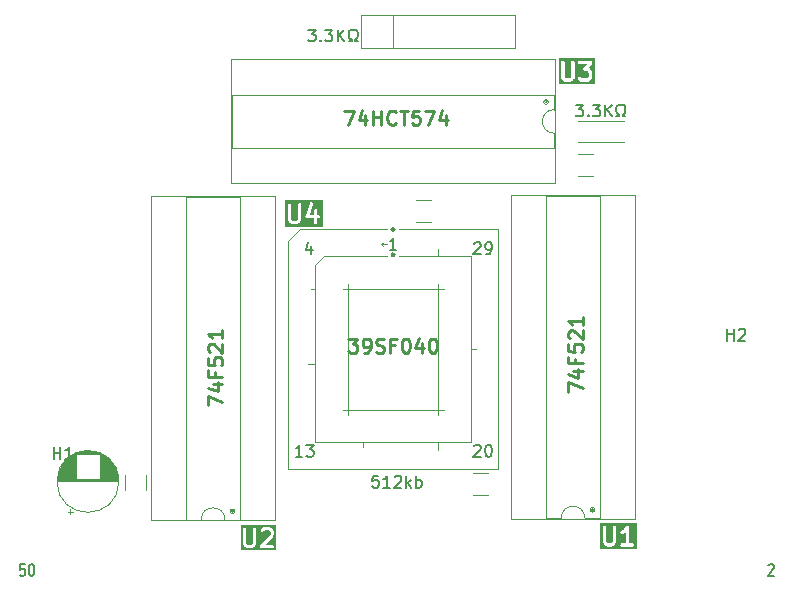
<source format=gbr>
%TF.GenerationSoftware,KiCad,Pcbnew,7.0.8*%
%TF.CreationDate,2023-10-14T11:25:40+01:00*%
%TF.ProjectId,v0a,7630612e-6b69-4636-9164-5f7063625858,rev?*%
%TF.SameCoordinates,Original*%
%TF.FileFunction,Legend,Top*%
%TF.FilePolarity,Positive*%
%FSLAX46Y46*%
G04 Gerber Fmt 4.6, Leading zero omitted, Abs format (unit mm)*
G04 Created by KiCad (PCBNEW 7.0.8) date 2023-10-14 11:25:40*
%MOMM*%
%LPD*%
G01*
G04 APERTURE LIST*
%ADD10C,0.150000*%
%ADD11C,0.240000*%
%ADD12C,0.300000*%
%ADD13C,0.120000*%
%ADD14C,0.100000*%
G04 APERTURE END LIST*
D10*
X125733371Y-70243819D02*
X125257181Y-70243819D01*
X125257181Y-70243819D02*
X125209562Y-70720009D01*
X125209562Y-70720009D02*
X125257181Y-70672390D01*
X125257181Y-70672390D02*
X125352419Y-70624771D01*
X125352419Y-70624771D02*
X125590514Y-70624771D01*
X125590514Y-70624771D02*
X125685752Y-70672390D01*
X125685752Y-70672390D02*
X125733371Y-70720009D01*
X125733371Y-70720009D02*
X125780990Y-70815247D01*
X125780990Y-70815247D02*
X125780990Y-71053342D01*
X125780990Y-71053342D02*
X125733371Y-71148580D01*
X125733371Y-71148580D02*
X125685752Y-71196200D01*
X125685752Y-71196200D02*
X125590514Y-71243819D01*
X125590514Y-71243819D02*
X125352419Y-71243819D01*
X125352419Y-71243819D02*
X125257181Y-71196200D01*
X125257181Y-71196200D02*
X125209562Y-71148580D01*
X126733371Y-71243819D02*
X126161943Y-71243819D01*
X126447657Y-71243819D02*
X126447657Y-70243819D01*
X126447657Y-70243819D02*
X126352419Y-70386676D01*
X126352419Y-70386676D02*
X126257181Y-70481914D01*
X126257181Y-70481914D02*
X126161943Y-70529533D01*
X127114324Y-70339057D02*
X127161943Y-70291438D01*
X127161943Y-70291438D02*
X127257181Y-70243819D01*
X127257181Y-70243819D02*
X127495276Y-70243819D01*
X127495276Y-70243819D02*
X127590514Y-70291438D01*
X127590514Y-70291438D02*
X127638133Y-70339057D01*
X127638133Y-70339057D02*
X127685752Y-70434295D01*
X127685752Y-70434295D02*
X127685752Y-70529533D01*
X127685752Y-70529533D02*
X127638133Y-70672390D01*
X127638133Y-70672390D02*
X127066705Y-71243819D01*
X127066705Y-71243819D02*
X127685752Y-71243819D01*
X128114324Y-71243819D02*
X128114324Y-70243819D01*
X128209562Y-70862866D02*
X128495276Y-71243819D01*
X128495276Y-70577152D02*
X128114324Y-70958104D01*
X128923848Y-71243819D02*
X128923848Y-70243819D01*
X128923848Y-70624771D02*
X129019086Y-70577152D01*
X129019086Y-70577152D02*
X129209562Y-70577152D01*
X129209562Y-70577152D02*
X129304800Y-70624771D01*
X129304800Y-70624771D02*
X129352419Y-70672390D01*
X129352419Y-70672390D02*
X129400038Y-70767628D01*
X129400038Y-70767628D02*
X129400038Y-71053342D01*
X129400038Y-71053342D02*
X129352419Y-71148580D01*
X129352419Y-71148580D02*
X129304800Y-71196200D01*
X129304800Y-71196200D02*
X129209562Y-71243819D01*
X129209562Y-71243819D02*
X129019086Y-71243819D01*
X129019086Y-71243819D02*
X128923848Y-71196200D01*
X155238095Y-58804819D02*
X155238095Y-57804819D01*
X155238095Y-58281009D02*
X155809523Y-58281009D01*
X155809523Y-58804819D02*
X155809523Y-57804819D01*
X156238095Y-57900057D02*
X156285714Y-57852438D01*
X156285714Y-57852438D02*
X156380952Y-57804819D01*
X156380952Y-57804819D02*
X156619047Y-57804819D01*
X156619047Y-57804819D02*
X156714285Y-57852438D01*
X156714285Y-57852438D02*
X156761904Y-57900057D01*
X156761904Y-57900057D02*
X156809523Y-57995295D01*
X156809523Y-57995295D02*
X156809523Y-58090533D01*
X156809523Y-58090533D02*
X156761904Y-58233390D01*
X156761904Y-58233390D02*
X156190476Y-58804819D01*
X156190476Y-58804819D02*
X156809523Y-58804819D01*
X98238095Y-68804819D02*
X98238095Y-67804819D01*
X98238095Y-68281009D02*
X98809523Y-68281009D01*
X98809523Y-68804819D02*
X98809523Y-67804819D01*
X99809523Y-68804819D02*
X99238095Y-68804819D01*
X99523809Y-68804819D02*
X99523809Y-67804819D01*
X99523809Y-67804819D02*
X99428571Y-67947676D01*
X99428571Y-67947676D02*
X99333333Y-68042914D01*
X99333333Y-68042914D02*
X99238095Y-68090533D01*
D11*
G36*
X117093572Y-76562734D02*
G01*
X114067856Y-76562734D01*
X114067856Y-75942734D01*
X114282142Y-75942734D01*
X114285206Y-75953171D01*
X114284039Y-75963987D01*
X114294811Y-75996400D01*
X114366240Y-76139257D01*
X114367772Y-76140904D01*
X114368250Y-76143101D01*
X114388718Y-76170444D01*
X114460147Y-76241873D01*
X114462122Y-76242951D01*
X114463270Y-76244884D01*
X114491335Y-76264351D01*
X114634192Y-76335780D01*
X114644898Y-76337706D01*
X114654049Y-76343587D01*
X114687857Y-76348448D01*
X114973571Y-76348448D01*
X114984008Y-76345383D01*
X114994824Y-76346551D01*
X115027236Y-76335779D01*
X115170094Y-76264351D01*
X115171741Y-76262818D01*
X115173938Y-76262341D01*
X115196401Y-76245526D01*
X115711935Y-76245526D01*
X115717350Y-76257383D01*
X115718280Y-76270384D01*
X115731121Y-76287538D01*
X115740024Y-76307031D01*
X115750989Y-76314078D01*
X115758801Y-76324513D01*
X115778878Y-76332001D01*
X115796906Y-76343587D01*
X115818117Y-76346636D01*
X115822153Y-76348142D01*
X115824712Y-76347585D01*
X115830714Y-76348448D01*
X116759286Y-76348448D01*
X116824163Y-76329398D01*
X116868442Y-76278298D01*
X116878065Y-76211370D01*
X116849976Y-76149865D01*
X116793094Y-76113309D01*
X116759286Y-76108448D01*
X116120420Y-76108448D01*
X116772710Y-75456158D01*
X116777923Y-75446610D01*
X116786396Y-75439789D01*
X116801699Y-75409253D01*
X116873128Y-75194968D01*
X116873209Y-75192719D01*
X116874425Y-75190828D01*
X116879286Y-75157020D01*
X116879286Y-75014162D01*
X116876221Y-75003724D01*
X116877389Y-74992909D01*
X116866617Y-74960496D01*
X116795188Y-74817639D01*
X116793655Y-74815991D01*
X116793178Y-74813795D01*
X116772709Y-74786452D01*
X116701282Y-74715024D01*
X116699306Y-74713945D01*
X116698159Y-74712013D01*
X116670095Y-74692546D01*
X116527237Y-74621117D01*
X116516530Y-74619190D01*
X116507379Y-74613309D01*
X116473571Y-74608448D01*
X116116429Y-74608448D01*
X116105991Y-74611512D01*
X116095176Y-74610345D01*
X116062763Y-74621117D01*
X115919905Y-74692546D01*
X115918257Y-74694078D01*
X115916061Y-74694556D01*
X115888718Y-74715025D01*
X115817290Y-74786452D01*
X115784886Y-74845798D01*
X115789709Y-74913241D01*
X115830230Y-74967370D01*
X115893582Y-74990999D01*
X115959653Y-74976626D01*
X115986996Y-74956158D01*
X116044653Y-74898499D01*
X116144757Y-74848448D01*
X116445243Y-74848448D01*
X116545345Y-74898499D01*
X116589234Y-74942387D01*
X116639286Y-75042490D01*
X116639286Y-75137546D01*
X116582973Y-75306482D01*
X115745861Y-76143595D01*
X115735591Y-76162402D01*
X115721558Y-76178598D01*
X115719702Y-76191502D01*
X115713457Y-76202941D01*
X115714985Y-76224311D01*
X115711935Y-76245526D01*
X115196401Y-76245526D01*
X115201281Y-76241873D01*
X115272710Y-76170444D01*
X115273788Y-76168468D01*
X115275721Y-76167321D01*
X115295188Y-76139256D01*
X115366617Y-75996399D01*
X115368543Y-75985692D01*
X115374424Y-75976542D01*
X115379285Y-75942734D01*
X115379285Y-74728448D01*
X115360235Y-74663571D01*
X115309135Y-74619292D01*
X115242207Y-74609669D01*
X115180702Y-74637758D01*
X115144146Y-74694640D01*
X115139285Y-74728448D01*
X115139285Y-75914406D01*
X115089235Y-76014506D01*
X115045344Y-76058397D01*
X114945244Y-76108448D01*
X114716185Y-76108448D01*
X114616084Y-76058398D01*
X114572192Y-76014506D01*
X114522142Y-75914405D01*
X114522142Y-74728448D01*
X114503092Y-74663571D01*
X114451992Y-74619292D01*
X114385064Y-74609669D01*
X114323559Y-74637758D01*
X114287003Y-74694640D01*
X114282142Y-74728448D01*
X114282142Y-75942734D01*
X114067856Y-75942734D01*
X114067856Y-74394162D01*
X117093572Y-74394162D01*
X117093572Y-76562734D01*
G37*
X111331662Y-64268999D02*
X111331662Y-63468999D01*
X111331662Y-63468999D02*
X112531662Y-63983285D01*
X111731662Y-62497571D02*
X112531662Y-62497571D01*
X111274520Y-62783285D02*
X112131662Y-63068999D01*
X112131662Y-63068999D02*
X112131662Y-62326142D01*
X111903091Y-61468999D02*
X111903091Y-61868999D01*
X112531662Y-61868999D02*
X111331662Y-61868999D01*
X111331662Y-61868999D02*
X111331662Y-61297571D01*
X111331662Y-60269000D02*
X111331662Y-60840428D01*
X111331662Y-60840428D02*
X111903091Y-60897571D01*
X111903091Y-60897571D02*
X111845948Y-60840428D01*
X111845948Y-60840428D02*
X111788805Y-60726143D01*
X111788805Y-60726143D02*
X111788805Y-60440428D01*
X111788805Y-60440428D02*
X111845948Y-60326143D01*
X111845948Y-60326143D02*
X111903091Y-60269000D01*
X111903091Y-60269000D02*
X112017377Y-60211857D01*
X112017377Y-60211857D02*
X112303091Y-60211857D01*
X112303091Y-60211857D02*
X112417377Y-60269000D01*
X112417377Y-60269000D02*
X112474520Y-60326143D01*
X112474520Y-60326143D02*
X112531662Y-60440428D01*
X112531662Y-60440428D02*
X112531662Y-60726143D01*
X112531662Y-60726143D02*
X112474520Y-60840428D01*
X112474520Y-60840428D02*
X112417377Y-60897571D01*
X111445948Y-59754714D02*
X111388805Y-59697571D01*
X111388805Y-59697571D02*
X111331662Y-59583286D01*
X111331662Y-59583286D02*
X111331662Y-59297571D01*
X111331662Y-59297571D02*
X111388805Y-59183286D01*
X111388805Y-59183286D02*
X111445948Y-59126143D01*
X111445948Y-59126143D02*
X111560234Y-59069000D01*
X111560234Y-59069000D02*
X111674520Y-59069000D01*
X111674520Y-59069000D02*
X111845948Y-59126143D01*
X111845948Y-59126143D02*
X112531662Y-59811857D01*
X112531662Y-59811857D02*
X112531662Y-59069000D01*
X112531662Y-57926143D02*
X112531662Y-58611857D01*
X112531662Y-58269000D02*
X111331662Y-58269000D01*
X111331662Y-58269000D02*
X111503091Y-58383286D01*
X111503091Y-58383286D02*
X111617377Y-58497571D01*
X111617377Y-58497571D02*
X111674520Y-58611857D01*
D12*
G36*
X144072572Y-37110614D02*
G01*
X140986856Y-37110614D01*
X140986856Y-36460614D01*
X141201142Y-36460614D01*
X141210065Y-36493915D01*
X141216978Y-36527696D01*
X141288407Y-36670553D01*
X141304429Y-36688621D01*
X141316505Y-36709537D01*
X141387934Y-36780966D01*
X141408848Y-36793040D01*
X141426918Y-36809064D01*
X141569776Y-36880492D01*
X141603551Y-36887403D01*
X141636857Y-36896328D01*
X141922571Y-36896328D01*
X141955874Y-36887404D01*
X141989653Y-36880492D01*
X142132510Y-36809064D01*
X142150579Y-36793040D01*
X142171494Y-36780966D01*
X142242923Y-36709537D01*
X142254997Y-36688622D01*
X142271021Y-36670553D01*
X142342449Y-36527695D01*
X142349360Y-36493919D01*
X142358285Y-36460614D01*
X142358285Y-35246328D01*
X142629714Y-35246328D01*
X142649810Y-35321328D01*
X142704714Y-35376232D01*
X142779714Y-35396328D01*
X143377721Y-35396328D01*
X143095399Y-35718981D01*
X143088859Y-35732279D01*
X143078382Y-35742757D01*
X143072006Y-35766549D01*
X143061135Y-35788658D01*
X143062120Y-35803445D01*
X143058286Y-35817757D01*
X143064661Y-35841549D01*
X143066300Y-35866132D01*
X143074547Y-35878444D01*
X143078382Y-35892757D01*
X143095799Y-35910174D01*
X143109510Y-35930644D01*
X143122808Y-35937183D01*
X143133286Y-35947661D01*
X143157078Y-35954036D01*
X143179187Y-35964908D01*
X143193974Y-35963922D01*
X143208286Y-35967757D01*
X143387162Y-35967757D01*
X143476575Y-36012463D01*
X143513578Y-36049467D01*
X143558286Y-36138881D01*
X143558286Y-36425203D01*
X143513578Y-36514617D01*
X143476575Y-36551621D01*
X143387162Y-36596328D01*
X143029410Y-36596328D01*
X142939996Y-36551621D01*
X142885780Y-36497405D01*
X142818537Y-36458582D01*
X142740891Y-36458582D01*
X142673648Y-36497405D01*
X142634825Y-36564648D01*
X142634825Y-36642294D01*
X142673648Y-36709537D01*
X142745077Y-36780966D01*
X142765991Y-36793040D01*
X142784061Y-36809064D01*
X142926919Y-36880492D01*
X142960694Y-36887403D01*
X142994000Y-36896328D01*
X143422571Y-36896328D01*
X143455876Y-36887403D01*
X143489652Y-36880492D01*
X143632511Y-36809064D01*
X143650580Y-36793040D01*
X143671496Y-36780965D01*
X143742924Y-36709536D01*
X143754998Y-36688621D01*
X143771021Y-36670553D01*
X143842450Y-36527697D01*
X143849363Y-36493914D01*
X143858286Y-36460614D01*
X143858286Y-36103471D01*
X143849363Y-36070170D01*
X143842450Y-36036388D01*
X143771021Y-35893532D01*
X143754998Y-35875463D01*
X143742924Y-35854549D01*
X143671496Y-35783120D01*
X143650580Y-35771044D01*
X143632511Y-35755021D01*
X143514238Y-35695886D01*
X143821172Y-35345104D01*
X143827710Y-35331807D01*
X143838190Y-35321328D01*
X143844566Y-35297530D01*
X143855436Y-35275427D01*
X143854450Y-35260642D01*
X143858286Y-35246328D01*
X143851909Y-35222530D01*
X143850271Y-35197953D01*
X143842025Y-35185642D01*
X143838190Y-35171328D01*
X143820767Y-35153905D01*
X143807061Y-35133442D01*
X143793766Y-35126904D01*
X143783286Y-35116424D01*
X143759487Y-35110047D01*
X143737385Y-35099178D01*
X143722600Y-35100163D01*
X143708286Y-35096328D01*
X142779714Y-35096328D01*
X142704714Y-35116424D01*
X142649810Y-35171328D01*
X142629714Y-35246328D01*
X142358285Y-35246328D01*
X142338189Y-35171328D01*
X142283285Y-35116424D01*
X142208285Y-35096328D01*
X142133285Y-35116424D01*
X142078381Y-35171328D01*
X142058285Y-35246328D01*
X142058285Y-36425204D01*
X142013578Y-36514617D01*
X141976573Y-36551622D01*
X141887161Y-36596328D01*
X141672267Y-36596328D01*
X141582853Y-36551621D01*
X141545849Y-36514617D01*
X141501142Y-36425203D01*
X141501142Y-35246328D01*
X141481046Y-35171328D01*
X141426142Y-35116424D01*
X141351142Y-35096328D01*
X141276142Y-35116424D01*
X141221238Y-35171328D01*
X141201142Y-35246328D01*
X141201142Y-36460614D01*
X140986856Y-36460614D01*
X140986856Y-34882042D01*
X144072572Y-34882042D01*
X144072572Y-37110614D01*
G37*
D11*
X122857571Y-39329662D02*
X123657571Y-39329662D01*
X123657571Y-39329662D02*
X123143285Y-40529662D01*
X124629000Y-39729662D02*
X124629000Y-40529662D01*
X124343285Y-39272520D02*
X124057571Y-40129662D01*
X124057571Y-40129662D02*
X124800428Y-40129662D01*
X125257571Y-40529662D02*
X125257571Y-39329662D01*
X125257571Y-39901091D02*
X125943285Y-39901091D01*
X125943285Y-40529662D02*
X125943285Y-39329662D01*
X127200428Y-40415377D02*
X127143285Y-40472520D01*
X127143285Y-40472520D02*
X126971857Y-40529662D01*
X126971857Y-40529662D02*
X126857571Y-40529662D01*
X126857571Y-40529662D02*
X126686142Y-40472520D01*
X126686142Y-40472520D02*
X126571857Y-40358234D01*
X126571857Y-40358234D02*
X126514714Y-40243948D01*
X126514714Y-40243948D02*
X126457571Y-40015377D01*
X126457571Y-40015377D02*
X126457571Y-39843948D01*
X126457571Y-39843948D02*
X126514714Y-39615377D01*
X126514714Y-39615377D02*
X126571857Y-39501091D01*
X126571857Y-39501091D02*
X126686142Y-39386805D01*
X126686142Y-39386805D02*
X126857571Y-39329662D01*
X126857571Y-39329662D02*
X126971857Y-39329662D01*
X126971857Y-39329662D02*
X127143285Y-39386805D01*
X127143285Y-39386805D02*
X127200428Y-39443948D01*
X127543285Y-39329662D02*
X128229000Y-39329662D01*
X127886142Y-40529662D02*
X127886142Y-39329662D01*
X129200428Y-39329662D02*
X128629000Y-39329662D01*
X128629000Y-39329662D02*
X128571857Y-39901091D01*
X128571857Y-39901091D02*
X128629000Y-39843948D01*
X128629000Y-39843948D02*
X128743286Y-39786805D01*
X128743286Y-39786805D02*
X129029000Y-39786805D01*
X129029000Y-39786805D02*
X129143286Y-39843948D01*
X129143286Y-39843948D02*
X129200428Y-39901091D01*
X129200428Y-39901091D02*
X129257571Y-40015377D01*
X129257571Y-40015377D02*
X129257571Y-40301091D01*
X129257571Y-40301091D02*
X129200428Y-40415377D01*
X129200428Y-40415377D02*
X129143286Y-40472520D01*
X129143286Y-40472520D02*
X129029000Y-40529662D01*
X129029000Y-40529662D02*
X128743286Y-40529662D01*
X128743286Y-40529662D02*
X128629000Y-40472520D01*
X128629000Y-40472520D02*
X128571857Y-40415377D01*
X129657571Y-39329662D02*
X130457571Y-39329662D01*
X130457571Y-39329662D02*
X129943285Y-40529662D01*
X131429000Y-39729662D02*
X131429000Y-40529662D01*
X131143285Y-39272520D02*
X130857571Y-40129662D01*
X130857571Y-40129662D02*
X131600428Y-40129662D01*
D12*
G36*
X121005000Y-49157614D02*
G01*
X117847856Y-49157614D01*
X117847856Y-48507614D01*
X118062142Y-48507614D01*
X118071065Y-48540915D01*
X118077978Y-48574696D01*
X118149407Y-48717553D01*
X118165429Y-48735621D01*
X118177505Y-48756537D01*
X118248934Y-48827966D01*
X118269848Y-48840040D01*
X118287918Y-48856064D01*
X118430776Y-48927492D01*
X118464551Y-48934403D01*
X118497857Y-48943328D01*
X118783571Y-48943328D01*
X118816874Y-48934404D01*
X118850653Y-48927492D01*
X118993510Y-48856064D01*
X119011579Y-48840040D01*
X119032494Y-48827966D01*
X119103923Y-48756537D01*
X119115997Y-48735622D01*
X119132021Y-48717553D01*
X119203449Y-48574695D01*
X119210360Y-48540919D01*
X119219285Y-48507614D01*
X119219285Y-48293328D01*
X119562143Y-48293328D01*
X119566105Y-48308116D01*
X119565188Y-48323400D01*
X119575988Y-48345002D01*
X119582239Y-48368328D01*
X119593064Y-48379153D01*
X119599912Y-48392849D01*
X119620066Y-48406155D01*
X119637143Y-48423232D01*
X119651933Y-48427194D01*
X119664709Y-48435630D01*
X119688814Y-48437077D01*
X119712143Y-48443328D01*
X120276429Y-48443328D01*
X120276429Y-48793328D01*
X120296525Y-48868328D01*
X120351429Y-48923232D01*
X120426429Y-48943328D01*
X120501429Y-48923232D01*
X120556333Y-48868328D01*
X120576429Y-48793328D01*
X120576429Y-48443328D01*
X120640714Y-48443328D01*
X120715714Y-48423232D01*
X120770618Y-48368328D01*
X120790714Y-48293328D01*
X120770618Y-48218328D01*
X120715714Y-48163424D01*
X120640714Y-48143328D01*
X120576429Y-48143328D01*
X120576429Y-47793328D01*
X120556333Y-47718328D01*
X120501429Y-47663424D01*
X120426429Y-47643328D01*
X120351429Y-47663424D01*
X120296525Y-47718328D01*
X120276429Y-47793328D01*
X120276429Y-48143328D01*
X119920256Y-48143328D01*
X120211588Y-47269335D01*
X120216241Y-47191828D01*
X120181516Y-47122380D01*
X120116720Y-47079598D01*
X120039214Y-47074946D01*
X119969765Y-47109670D01*
X119926983Y-47174466D01*
X119569841Y-48245894D01*
X119568393Y-48269999D01*
X119562143Y-48293328D01*
X119219285Y-48293328D01*
X119219285Y-47293328D01*
X119199189Y-47218328D01*
X119144285Y-47163424D01*
X119069285Y-47143328D01*
X118994285Y-47163424D01*
X118939381Y-47218328D01*
X118919285Y-47293328D01*
X118919285Y-48472204D01*
X118874578Y-48561617D01*
X118837573Y-48598622D01*
X118748161Y-48643328D01*
X118533267Y-48643328D01*
X118443853Y-48598621D01*
X118406849Y-48561617D01*
X118362142Y-48472203D01*
X118362142Y-47293328D01*
X118342046Y-47218328D01*
X118287142Y-47163424D01*
X118212142Y-47143328D01*
X118137142Y-47163424D01*
X118082238Y-47218328D01*
X118062142Y-47293328D01*
X118062142Y-48507614D01*
X117847856Y-48507614D01*
X117847856Y-46860660D01*
X121005000Y-46860660D01*
X121005000Y-49157614D01*
G37*
D11*
X123203572Y-58633662D02*
X123946429Y-58633662D01*
X123946429Y-58633662D02*
X123546429Y-59090805D01*
X123546429Y-59090805D02*
X123717858Y-59090805D01*
X123717858Y-59090805D02*
X123832144Y-59147948D01*
X123832144Y-59147948D02*
X123889286Y-59205091D01*
X123889286Y-59205091D02*
X123946429Y-59319377D01*
X123946429Y-59319377D02*
X123946429Y-59605091D01*
X123946429Y-59605091D02*
X123889286Y-59719377D01*
X123889286Y-59719377D02*
X123832144Y-59776520D01*
X123832144Y-59776520D02*
X123717858Y-59833662D01*
X123717858Y-59833662D02*
X123375001Y-59833662D01*
X123375001Y-59833662D02*
X123260715Y-59776520D01*
X123260715Y-59776520D02*
X123203572Y-59719377D01*
X124517858Y-59833662D02*
X124746429Y-59833662D01*
X124746429Y-59833662D02*
X124860715Y-59776520D01*
X124860715Y-59776520D02*
X124917858Y-59719377D01*
X124917858Y-59719377D02*
X125032143Y-59547948D01*
X125032143Y-59547948D02*
X125089286Y-59319377D01*
X125089286Y-59319377D02*
X125089286Y-58862234D01*
X125089286Y-58862234D02*
X125032143Y-58747948D01*
X125032143Y-58747948D02*
X124975001Y-58690805D01*
X124975001Y-58690805D02*
X124860715Y-58633662D01*
X124860715Y-58633662D02*
X124632143Y-58633662D01*
X124632143Y-58633662D02*
X124517858Y-58690805D01*
X124517858Y-58690805D02*
X124460715Y-58747948D01*
X124460715Y-58747948D02*
X124403572Y-58862234D01*
X124403572Y-58862234D02*
X124403572Y-59147948D01*
X124403572Y-59147948D02*
X124460715Y-59262234D01*
X124460715Y-59262234D02*
X124517858Y-59319377D01*
X124517858Y-59319377D02*
X124632143Y-59376520D01*
X124632143Y-59376520D02*
X124860715Y-59376520D01*
X124860715Y-59376520D02*
X124975001Y-59319377D01*
X124975001Y-59319377D02*
X125032143Y-59262234D01*
X125032143Y-59262234D02*
X125089286Y-59147948D01*
X125546429Y-59776520D02*
X125717858Y-59833662D01*
X125717858Y-59833662D02*
X126003572Y-59833662D01*
X126003572Y-59833662D02*
X126117858Y-59776520D01*
X126117858Y-59776520D02*
X126175000Y-59719377D01*
X126175000Y-59719377D02*
X126232143Y-59605091D01*
X126232143Y-59605091D02*
X126232143Y-59490805D01*
X126232143Y-59490805D02*
X126175000Y-59376520D01*
X126175000Y-59376520D02*
X126117858Y-59319377D01*
X126117858Y-59319377D02*
X126003572Y-59262234D01*
X126003572Y-59262234D02*
X125775000Y-59205091D01*
X125775000Y-59205091D02*
X125660715Y-59147948D01*
X125660715Y-59147948D02*
X125603572Y-59090805D01*
X125603572Y-59090805D02*
X125546429Y-58976520D01*
X125546429Y-58976520D02*
X125546429Y-58862234D01*
X125546429Y-58862234D02*
X125603572Y-58747948D01*
X125603572Y-58747948D02*
X125660715Y-58690805D01*
X125660715Y-58690805D02*
X125775000Y-58633662D01*
X125775000Y-58633662D02*
X126060715Y-58633662D01*
X126060715Y-58633662D02*
X126232143Y-58690805D01*
X127146429Y-59205091D02*
X126746429Y-59205091D01*
X126746429Y-59833662D02*
X126746429Y-58633662D01*
X126746429Y-58633662D02*
X127317857Y-58633662D01*
X128003571Y-58633662D02*
X128117857Y-58633662D01*
X128117857Y-58633662D02*
X128232143Y-58690805D01*
X128232143Y-58690805D02*
X128289286Y-58747948D01*
X128289286Y-58747948D02*
X128346428Y-58862234D01*
X128346428Y-58862234D02*
X128403571Y-59090805D01*
X128403571Y-59090805D02*
X128403571Y-59376520D01*
X128403571Y-59376520D02*
X128346428Y-59605091D01*
X128346428Y-59605091D02*
X128289286Y-59719377D01*
X128289286Y-59719377D02*
X128232143Y-59776520D01*
X128232143Y-59776520D02*
X128117857Y-59833662D01*
X128117857Y-59833662D02*
X128003571Y-59833662D01*
X128003571Y-59833662D02*
X127889286Y-59776520D01*
X127889286Y-59776520D02*
X127832143Y-59719377D01*
X127832143Y-59719377D02*
X127775000Y-59605091D01*
X127775000Y-59605091D02*
X127717857Y-59376520D01*
X127717857Y-59376520D02*
X127717857Y-59090805D01*
X127717857Y-59090805D02*
X127775000Y-58862234D01*
X127775000Y-58862234D02*
X127832143Y-58747948D01*
X127832143Y-58747948D02*
X127889286Y-58690805D01*
X127889286Y-58690805D02*
X128003571Y-58633662D01*
X129432143Y-59033662D02*
X129432143Y-59833662D01*
X129146428Y-58576520D02*
X128860714Y-59433662D01*
X128860714Y-59433662D02*
X129603571Y-59433662D01*
X130289285Y-58633662D02*
X130403571Y-58633662D01*
X130403571Y-58633662D02*
X130517857Y-58690805D01*
X130517857Y-58690805D02*
X130575000Y-58747948D01*
X130575000Y-58747948D02*
X130632142Y-58862234D01*
X130632142Y-58862234D02*
X130689285Y-59090805D01*
X130689285Y-59090805D02*
X130689285Y-59376520D01*
X130689285Y-59376520D02*
X130632142Y-59605091D01*
X130632142Y-59605091D02*
X130575000Y-59719377D01*
X130575000Y-59719377D02*
X130517857Y-59776520D01*
X130517857Y-59776520D02*
X130403571Y-59833662D01*
X130403571Y-59833662D02*
X130289285Y-59833662D01*
X130289285Y-59833662D02*
X130175000Y-59776520D01*
X130175000Y-59776520D02*
X130117857Y-59719377D01*
X130117857Y-59719377D02*
X130060714Y-59605091D01*
X130060714Y-59605091D02*
X130003571Y-59376520D01*
X130003571Y-59376520D02*
X130003571Y-59090805D01*
X130003571Y-59090805D02*
X130060714Y-58862234D01*
X130060714Y-58862234D02*
X130117857Y-58747948D01*
X130117857Y-58747948D02*
X130175000Y-58690805D01*
X130175000Y-58690805D02*
X130289285Y-58633662D01*
D10*
X127260714Y-51109819D02*
X126689286Y-51109819D01*
X126975000Y-51109819D02*
X126975000Y-50109819D01*
X126975000Y-50109819D02*
X126879762Y-50252676D01*
X126879762Y-50252676D02*
X126784524Y-50347914D01*
X126784524Y-50347914D02*
X126689286Y-50395533D01*
X120053476Y-50824152D02*
X120053476Y-51490819D01*
X119815381Y-50443200D02*
X119577286Y-51157485D01*
X119577286Y-51157485D02*
X120196333Y-51157485D01*
X133833095Y-67731057D02*
X133880714Y-67683438D01*
X133880714Y-67683438D02*
X133975952Y-67635819D01*
X133975952Y-67635819D02*
X134214047Y-67635819D01*
X134214047Y-67635819D02*
X134309285Y-67683438D01*
X134309285Y-67683438D02*
X134356904Y-67731057D01*
X134356904Y-67731057D02*
X134404523Y-67826295D01*
X134404523Y-67826295D02*
X134404523Y-67921533D01*
X134404523Y-67921533D02*
X134356904Y-68064390D01*
X134356904Y-68064390D02*
X133785476Y-68635819D01*
X133785476Y-68635819D02*
X134404523Y-68635819D01*
X135023571Y-67635819D02*
X135118809Y-67635819D01*
X135118809Y-67635819D02*
X135214047Y-67683438D01*
X135214047Y-67683438D02*
X135261666Y-67731057D01*
X135261666Y-67731057D02*
X135309285Y-67826295D01*
X135309285Y-67826295D02*
X135356904Y-68016771D01*
X135356904Y-68016771D02*
X135356904Y-68254866D01*
X135356904Y-68254866D02*
X135309285Y-68445342D01*
X135309285Y-68445342D02*
X135261666Y-68540580D01*
X135261666Y-68540580D02*
X135214047Y-68588200D01*
X135214047Y-68588200D02*
X135118809Y-68635819D01*
X135118809Y-68635819D02*
X135023571Y-68635819D01*
X135023571Y-68635819D02*
X134928333Y-68588200D01*
X134928333Y-68588200D02*
X134880714Y-68540580D01*
X134880714Y-68540580D02*
X134833095Y-68445342D01*
X134833095Y-68445342D02*
X134785476Y-68254866D01*
X134785476Y-68254866D02*
X134785476Y-68016771D01*
X134785476Y-68016771D02*
X134833095Y-67826295D01*
X134833095Y-67826295D02*
X134880714Y-67731057D01*
X134880714Y-67731057D02*
X134928333Y-67683438D01*
X134928333Y-67683438D02*
X135023571Y-67635819D01*
X133833095Y-50586057D02*
X133880714Y-50538438D01*
X133880714Y-50538438D02*
X133975952Y-50490819D01*
X133975952Y-50490819D02*
X134214047Y-50490819D01*
X134214047Y-50490819D02*
X134309285Y-50538438D01*
X134309285Y-50538438D02*
X134356904Y-50586057D01*
X134356904Y-50586057D02*
X134404523Y-50681295D01*
X134404523Y-50681295D02*
X134404523Y-50776533D01*
X134404523Y-50776533D02*
X134356904Y-50919390D01*
X134356904Y-50919390D02*
X133785476Y-51490819D01*
X133785476Y-51490819D02*
X134404523Y-51490819D01*
X134880714Y-51490819D02*
X135071190Y-51490819D01*
X135071190Y-51490819D02*
X135166428Y-51443200D01*
X135166428Y-51443200D02*
X135214047Y-51395580D01*
X135214047Y-51395580D02*
X135309285Y-51252723D01*
X135309285Y-51252723D02*
X135356904Y-51062247D01*
X135356904Y-51062247D02*
X135356904Y-50681295D01*
X135356904Y-50681295D02*
X135309285Y-50586057D01*
X135309285Y-50586057D02*
X135261666Y-50538438D01*
X135261666Y-50538438D02*
X135166428Y-50490819D01*
X135166428Y-50490819D02*
X134975952Y-50490819D01*
X134975952Y-50490819D02*
X134880714Y-50538438D01*
X134880714Y-50538438D02*
X134833095Y-50586057D01*
X134833095Y-50586057D02*
X134785476Y-50681295D01*
X134785476Y-50681295D02*
X134785476Y-50919390D01*
X134785476Y-50919390D02*
X134833095Y-51014628D01*
X134833095Y-51014628D02*
X134880714Y-51062247D01*
X134880714Y-51062247D02*
X134975952Y-51109866D01*
X134975952Y-51109866D02*
X135166428Y-51109866D01*
X135166428Y-51109866D02*
X135261666Y-51062247D01*
X135261666Y-51062247D02*
X135309285Y-51014628D01*
X135309285Y-51014628D02*
X135356904Y-50919390D01*
X119291523Y-68635819D02*
X118720095Y-68635819D01*
X119005809Y-68635819D02*
X119005809Y-67635819D01*
X119005809Y-67635819D02*
X118910571Y-67778676D01*
X118910571Y-67778676D02*
X118815333Y-67873914D01*
X118815333Y-67873914D02*
X118720095Y-67921533D01*
X119624857Y-67635819D02*
X120243904Y-67635819D01*
X120243904Y-67635819D02*
X119910571Y-68016771D01*
X119910571Y-68016771D02*
X120053428Y-68016771D01*
X120053428Y-68016771D02*
X120148666Y-68064390D01*
X120148666Y-68064390D02*
X120196285Y-68112009D01*
X120196285Y-68112009D02*
X120243904Y-68207247D01*
X120243904Y-68207247D02*
X120243904Y-68445342D01*
X120243904Y-68445342D02*
X120196285Y-68540580D01*
X120196285Y-68540580D02*
X120148666Y-68588200D01*
X120148666Y-68588200D02*
X120053428Y-68635819D01*
X120053428Y-68635819D02*
X119767714Y-68635819D01*
X119767714Y-68635819D02*
X119672476Y-68588200D01*
X119672476Y-68588200D02*
X119624857Y-68540580D01*
X119800953Y-32474819D02*
X120420000Y-32474819D01*
X120420000Y-32474819D02*
X120086667Y-32855771D01*
X120086667Y-32855771D02*
X120229524Y-32855771D01*
X120229524Y-32855771D02*
X120324762Y-32903390D01*
X120324762Y-32903390D02*
X120372381Y-32951009D01*
X120372381Y-32951009D02*
X120420000Y-33046247D01*
X120420000Y-33046247D02*
X120420000Y-33284342D01*
X120420000Y-33284342D02*
X120372381Y-33379580D01*
X120372381Y-33379580D02*
X120324762Y-33427200D01*
X120324762Y-33427200D02*
X120229524Y-33474819D01*
X120229524Y-33474819D02*
X119943810Y-33474819D01*
X119943810Y-33474819D02*
X119848572Y-33427200D01*
X119848572Y-33427200D02*
X119800953Y-33379580D01*
X120848572Y-33379580D02*
X120896191Y-33427200D01*
X120896191Y-33427200D02*
X120848572Y-33474819D01*
X120848572Y-33474819D02*
X120800953Y-33427200D01*
X120800953Y-33427200D02*
X120848572Y-33379580D01*
X120848572Y-33379580D02*
X120848572Y-33474819D01*
X121229524Y-32474819D02*
X121848571Y-32474819D01*
X121848571Y-32474819D02*
X121515238Y-32855771D01*
X121515238Y-32855771D02*
X121658095Y-32855771D01*
X121658095Y-32855771D02*
X121753333Y-32903390D01*
X121753333Y-32903390D02*
X121800952Y-32951009D01*
X121800952Y-32951009D02*
X121848571Y-33046247D01*
X121848571Y-33046247D02*
X121848571Y-33284342D01*
X121848571Y-33284342D02*
X121800952Y-33379580D01*
X121800952Y-33379580D02*
X121753333Y-33427200D01*
X121753333Y-33427200D02*
X121658095Y-33474819D01*
X121658095Y-33474819D02*
X121372381Y-33474819D01*
X121372381Y-33474819D02*
X121277143Y-33427200D01*
X121277143Y-33427200D02*
X121229524Y-33379580D01*
X122277143Y-33474819D02*
X122277143Y-32474819D01*
X122848571Y-33474819D02*
X122420000Y-32903390D01*
X122848571Y-32474819D02*
X122277143Y-33046247D01*
X123229524Y-33474819D02*
X123467619Y-33474819D01*
X123467619Y-33474819D02*
X123467619Y-33284342D01*
X123467619Y-33284342D02*
X123372381Y-33236723D01*
X123372381Y-33236723D02*
X123277143Y-33141485D01*
X123277143Y-33141485D02*
X123229524Y-32998628D01*
X123229524Y-32998628D02*
X123229524Y-32760533D01*
X123229524Y-32760533D02*
X123277143Y-32617676D01*
X123277143Y-32617676D02*
X123372381Y-32522438D01*
X123372381Y-32522438D02*
X123515238Y-32474819D01*
X123515238Y-32474819D02*
X123705714Y-32474819D01*
X123705714Y-32474819D02*
X123848571Y-32522438D01*
X123848571Y-32522438D02*
X123943809Y-32617676D01*
X123943809Y-32617676D02*
X123991428Y-32760533D01*
X123991428Y-32760533D02*
X123991428Y-32998628D01*
X123991428Y-32998628D02*
X123943809Y-33141485D01*
X123943809Y-33141485D02*
X123848571Y-33236723D01*
X123848571Y-33236723D02*
X123753333Y-33284342D01*
X123753333Y-33284342D02*
X123753333Y-33474819D01*
X123753333Y-33474819D02*
X123991428Y-33474819D01*
X142457753Y-38824819D02*
X143076800Y-38824819D01*
X143076800Y-38824819D02*
X142743467Y-39205771D01*
X142743467Y-39205771D02*
X142886324Y-39205771D01*
X142886324Y-39205771D02*
X142981562Y-39253390D01*
X142981562Y-39253390D02*
X143029181Y-39301009D01*
X143029181Y-39301009D02*
X143076800Y-39396247D01*
X143076800Y-39396247D02*
X143076800Y-39634342D01*
X143076800Y-39634342D02*
X143029181Y-39729580D01*
X143029181Y-39729580D02*
X142981562Y-39777200D01*
X142981562Y-39777200D02*
X142886324Y-39824819D01*
X142886324Y-39824819D02*
X142600610Y-39824819D01*
X142600610Y-39824819D02*
X142505372Y-39777200D01*
X142505372Y-39777200D02*
X142457753Y-39729580D01*
X143505372Y-39729580D02*
X143552991Y-39777200D01*
X143552991Y-39777200D02*
X143505372Y-39824819D01*
X143505372Y-39824819D02*
X143457753Y-39777200D01*
X143457753Y-39777200D02*
X143505372Y-39729580D01*
X143505372Y-39729580D02*
X143505372Y-39824819D01*
X143886324Y-38824819D02*
X144505371Y-38824819D01*
X144505371Y-38824819D02*
X144172038Y-39205771D01*
X144172038Y-39205771D02*
X144314895Y-39205771D01*
X144314895Y-39205771D02*
X144410133Y-39253390D01*
X144410133Y-39253390D02*
X144457752Y-39301009D01*
X144457752Y-39301009D02*
X144505371Y-39396247D01*
X144505371Y-39396247D02*
X144505371Y-39634342D01*
X144505371Y-39634342D02*
X144457752Y-39729580D01*
X144457752Y-39729580D02*
X144410133Y-39777200D01*
X144410133Y-39777200D02*
X144314895Y-39824819D01*
X144314895Y-39824819D02*
X144029181Y-39824819D01*
X144029181Y-39824819D02*
X143933943Y-39777200D01*
X143933943Y-39777200D02*
X143886324Y-39729580D01*
X144933943Y-39824819D02*
X144933943Y-38824819D01*
X145505371Y-39824819D02*
X145076800Y-39253390D01*
X145505371Y-38824819D02*
X144933943Y-39396247D01*
X145886324Y-39824819D02*
X146124419Y-39824819D01*
X146124419Y-39824819D02*
X146124419Y-39634342D01*
X146124419Y-39634342D02*
X146029181Y-39586723D01*
X146029181Y-39586723D02*
X145933943Y-39491485D01*
X145933943Y-39491485D02*
X145886324Y-39348628D01*
X145886324Y-39348628D02*
X145886324Y-39110533D01*
X145886324Y-39110533D02*
X145933943Y-38967676D01*
X145933943Y-38967676D02*
X146029181Y-38872438D01*
X146029181Y-38872438D02*
X146172038Y-38824819D01*
X146172038Y-38824819D02*
X146362514Y-38824819D01*
X146362514Y-38824819D02*
X146505371Y-38872438D01*
X146505371Y-38872438D02*
X146600609Y-38967676D01*
X146600609Y-38967676D02*
X146648228Y-39110533D01*
X146648228Y-39110533D02*
X146648228Y-39348628D01*
X146648228Y-39348628D02*
X146600609Y-39491485D01*
X146600609Y-39491485D02*
X146505371Y-39586723D01*
X146505371Y-39586723D02*
X146410133Y-39634342D01*
X146410133Y-39634342D02*
X146410133Y-39824819D01*
X146410133Y-39824819D02*
X146648228Y-39824819D01*
D12*
G36*
X147603572Y-76462614D02*
G01*
X144517856Y-76462614D01*
X144517856Y-75812614D01*
X144732142Y-75812614D01*
X144741065Y-75845915D01*
X144747978Y-75879696D01*
X144819407Y-76022553D01*
X144835429Y-76040621D01*
X144847505Y-76061537D01*
X144918934Y-76132966D01*
X144939848Y-76145040D01*
X144957918Y-76161064D01*
X145100776Y-76232492D01*
X145134551Y-76239403D01*
X145167857Y-76248328D01*
X145453571Y-76248328D01*
X145486874Y-76239404D01*
X145520653Y-76232492D01*
X145663510Y-76161064D01*
X145681579Y-76145040D01*
X145702494Y-76132966D01*
X145737132Y-76098328D01*
X146232143Y-76098328D01*
X146252239Y-76173328D01*
X146307143Y-76228232D01*
X146382143Y-76248328D01*
X146810714Y-76248328D01*
X147239286Y-76248328D01*
X147314286Y-76228232D01*
X147369190Y-76173328D01*
X147389286Y-76098328D01*
X147369190Y-76023328D01*
X147314286Y-75968424D01*
X147239286Y-75948328D01*
X146960714Y-75948328D01*
X146960714Y-74598328D01*
X146951875Y-74565342D01*
X146945176Y-74531843D01*
X146941901Y-74528116D01*
X146940618Y-74523328D01*
X146916471Y-74499181D01*
X146893919Y-74473520D01*
X146889220Y-74471930D01*
X146885714Y-74468424D01*
X146852731Y-74459586D01*
X146820368Y-74448638D01*
X146815502Y-74449611D01*
X146810714Y-74448328D01*
X146777731Y-74457165D01*
X146744230Y-74463866D01*
X146740504Y-74467140D01*
X146735714Y-74468424D01*
X146711560Y-74492577D01*
X146685907Y-74515123D01*
X146551287Y-74717051D01*
X146436146Y-74832192D01*
X146315061Y-74892736D01*
X146256966Y-74944252D01*
X146232412Y-75017913D01*
X146247979Y-75093982D01*
X146299495Y-75152077D01*
X146373156Y-75176631D01*
X146449225Y-75161064D01*
X146592082Y-75089635D01*
X146610150Y-75073612D01*
X146631066Y-75061537D01*
X146660714Y-75031889D01*
X146660714Y-75948328D01*
X146382143Y-75948328D01*
X146307143Y-75968424D01*
X146252239Y-76023328D01*
X146232143Y-76098328D01*
X145737132Y-76098328D01*
X145773923Y-76061537D01*
X145785997Y-76040622D01*
X145802021Y-76022553D01*
X145873449Y-75879695D01*
X145880360Y-75845919D01*
X145889285Y-75812614D01*
X145889285Y-74598328D01*
X145869189Y-74523328D01*
X145814285Y-74468424D01*
X145739285Y-74448328D01*
X145664285Y-74468424D01*
X145609381Y-74523328D01*
X145589285Y-74598328D01*
X145589285Y-75777204D01*
X145544578Y-75866617D01*
X145507573Y-75903622D01*
X145418161Y-75948328D01*
X145203267Y-75948328D01*
X145113853Y-75903621D01*
X145076849Y-75866617D01*
X145032142Y-75777203D01*
X145032142Y-74598328D01*
X145012046Y-74523328D01*
X144957142Y-74468424D01*
X144882142Y-74448328D01*
X144807142Y-74468424D01*
X144752238Y-74523328D01*
X144732142Y-74598328D01*
X144732142Y-75812614D01*
X144517856Y-75812614D01*
X144517856Y-74234042D01*
X147603572Y-74234042D01*
X147603572Y-76462614D01*
G37*
D11*
X141821662Y-63130999D02*
X141821662Y-62330999D01*
X141821662Y-62330999D02*
X143021662Y-62845285D01*
X142221662Y-61359571D02*
X143021662Y-61359571D01*
X141764520Y-61645285D02*
X142621662Y-61930999D01*
X142621662Y-61930999D02*
X142621662Y-61188142D01*
X142393091Y-60330999D02*
X142393091Y-60730999D01*
X143021662Y-60730999D02*
X141821662Y-60730999D01*
X141821662Y-60730999D02*
X141821662Y-60159571D01*
X141821662Y-59131000D02*
X141821662Y-59702428D01*
X141821662Y-59702428D02*
X142393091Y-59759571D01*
X142393091Y-59759571D02*
X142335948Y-59702428D01*
X142335948Y-59702428D02*
X142278805Y-59588143D01*
X142278805Y-59588143D02*
X142278805Y-59302428D01*
X142278805Y-59302428D02*
X142335948Y-59188143D01*
X142335948Y-59188143D02*
X142393091Y-59131000D01*
X142393091Y-59131000D02*
X142507377Y-59073857D01*
X142507377Y-59073857D02*
X142793091Y-59073857D01*
X142793091Y-59073857D02*
X142907377Y-59131000D01*
X142907377Y-59131000D02*
X142964520Y-59188143D01*
X142964520Y-59188143D02*
X143021662Y-59302428D01*
X143021662Y-59302428D02*
X143021662Y-59588143D01*
X143021662Y-59588143D02*
X142964520Y-59702428D01*
X142964520Y-59702428D02*
X142907377Y-59759571D01*
X141935948Y-58616714D02*
X141878805Y-58559571D01*
X141878805Y-58559571D02*
X141821662Y-58445286D01*
X141821662Y-58445286D02*
X141821662Y-58159571D01*
X141821662Y-58159571D02*
X141878805Y-58045286D01*
X141878805Y-58045286D02*
X141935948Y-57988143D01*
X141935948Y-57988143D02*
X142050234Y-57931000D01*
X142050234Y-57931000D02*
X142164520Y-57931000D01*
X142164520Y-57931000D02*
X142335948Y-57988143D01*
X142335948Y-57988143D02*
X143021662Y-58673857D01*
X143021662Y-58673857D02*
X143021662Y-57931000D01*
X143021662Y-56788143D02*
X143021662Y-57473857D01*
X143021662Y-57131000D02*
X141821662Y-57131000D01*
X141821662Y-57131000D02*
X141993091Y-57245286D01*
X141993091Y-57245286D02*
X142107377Y-57359571D01*
X142107377Y-57359571D02*
X142164520Y-57473857D01*
D10*
X95793112Y-77736819D02*
X95412160Y-77736819D01*
X95412160Y-77736819D02*
X95374064Y-78213009D01*
X95374064Y-78213009D02*
X95412160Y-78165390D01*
X95412160Y-78165390D02*
X95488350Y-78117771D01*
X95488350Y-78117771D02*
X95678826Y-78117771D01*
X95678826Y-78117771D02*
X95755017Y-78165390D01*
X95755017Y-78165390D02*
X95793112Y-78213009D01*
X95793112Y-78213009D02*
X95831207Y-78308247D01*
X95831207Y-78308247D02*
X95831207Y-78546342D01*
X95831207Y-78546342D02*
X95793112Y-78641580D01*
X95793112Y-78641580D02*
X95755017Y-78689200D01*
X95755017Y-78689200D02*
X95678826Y-78736819D01*
X95678826Y-78736819D02*
X95488350Y-78736819D01*
X95488350Y-78736819D02*
X95412160Y-78689200D01*
X95412160Y-78689200D02*
X95374064Y-78641580D01*
X96326446Y-77736819D02*
X96402636Y-77736819D01*
X96402636Y-77736819D02*
X96478827Y-77784438D01*
X96478827Y-77784438D02*
X96516922Y-77832057D01*
X96516922Y-77832057D02*
X96555017Y-77927295D01*
X96555017Y-77927295D02*
X96593112Y-78117771D01*
X96593112Y-78117771D02*
X96593112Y-78355866D01*
X96593112Y-78355866D02*
X96555017Y-78546342D01*
X96555017Y-78546342D02*
X96516922Y-78641580D01*
X96516922Y-78641580D02*
X96478827Y-78689200D01*
X96478827Y-78689200D02*
X96402636Y-78736819D01*
X96402636Y-78736819D02*
X96326446Y-78736819D01*
X96326446Y-78736819D02*
X96250255Y-78689200D01*
X96250255Y-78689200D02*
X96212160Y-78641580D01*
X96212160Y-78641580D02*
X96174065Y-78546342D01*
X96174065Y-78546342D02*
X96135969Y-78355866D01*
X96135969Y-78355866D02*
X96135969Y-78117771D01*
X96135969Y-78117771D02*
X96174065Y-77927295D01*
X96174065Y-77927295D02*
X96212160Y-77832057D01*
X96212160Y-77832057D02*
X96250255Y-77784438D01*
X96250255Y-77784438D02*
X96326446Y-77736819D01*
X158747064Y-77832057D02*
X158785160Y-77784438D01*
X158785160Y-77784438D02*
X158861350Y-77736819D01*
X158861350Y-77736819D02*
X159051826Y-77736819D01*
X159051826Y-77736819D02*
X159128017Y-77784438D01*
X159128017Y-77784438D02*
X159166112Y-77832057D01*
X159166112Y-77832057D02*
X159204207Y-77927295D01*
X159204207Y-77927295D02*
X159204207Y-78022533D01*
X159204207Y-78022533D02*
X159166112Y-78165390D01*
X159166112Y-78165390D02*
X158708969Y-78736819D01*
X158708969Y-78736819D02*
X159204207Y-78736819D01*
D13*
%TO.C,U2*%
X116985000Y-74016000D02*
X116985000Y-46598000D01*
X116985000Y-46598000D02*
X106485000Y-46598000D01*
X113985000Y-73956000D02*
X113985000Y-46658000D01*
X113985000Y-46658000D02*
X109485000Y-46658000D01*
X112735000Y-73956000D02*
X113985000Y-73956000D01*
X109485000Y-73956000D02*
X110735000Y-73956000D01*
X109485000Y-46658000D02*
X109485000Y-73956000D01*
X106485000Y-74016000D02*
X116985000Y-74016000D01*
X106485000Y-46598000D02*
X106485000Y-74016000D01*
X112735000Y-73956000D02*
G75*
G03*
X110735000Y-73956000I-1000000J0D01*
G01*
X113436000Y-73261000D02*
G75*
G03*
X113436000Y-73261000I-50000J0D01*
G01*
X113511000Y-73261000D02*
G75*
G03*
X113511000Y-73261000I-125000J0D01*
G01*
X113586000Y-73261000D02*
G75*
G03*
X113586000Y-73261000I-200000J0D01*
G01*
%TO.C,U3*%
X140684000Y-34991000D02*
X113266000Y-34991000D01*
X113266000Y-34991000D02*
X113266000Y-45491000D01*
X140624000Y-37991000D02*
X113326000Y-37991000D01*
X113326000Y-37991000D02*
X113326000Y-42491000D01*
X140624000Y-39241000D02*
X140624000Y-37991000D01*
X140624000Y-42491000D02*
X140624000Y-41241000D01*
X113326000Y-42491000D02*
X140624000Y-42491000D01*
X140684000Y-45491000D02*
X140684000Y-34991000D01*
X113266000Y-45491000D02*
X140684000Y-45491000D01*
X140624000Y-39241000D02*
G75*
G03*
X140624000Y-41241000I0J-1000000D01*
G01*
X139979000Y-38590000D02*
G75*
G03*
X139979000Y-38590000I-50000J0D01*
G01*
X140054000Y-38590000D02*
G75*
G03*
X140054000Y-38590000I-125000J0D01*
G01*
X140129000Y-38590000D02*
G75*
G03*
X140129000Y-38590000I-200000J0D01*
G01*
%TO.C,U4*%
X118085000Y-50401000D02*
X118085000Y-69705000D01*
X118085000Y-69705000D02*
X135865000Y-69705000D01*
X119101000Y-49385000D02*
X118085000Y-50401000D01*
X120371000Y-52433000D02*
X120371000Y-67419000D01*
X120371000Y-54465000D02*
X119990000Y-54465000D01*
X120371000Y-60815000D02*
X119736000Y-60815000D01*
X120371000Y-67419000D02*
X133579000Y-67419000D01*
X121133000Y-51671000D02*
X120371000Y-52433000D01*
D14*
X122700000Y-54470000D02*
X131275000Y-54470000D01*
X123175000Y-65120000D02*
X123175000Y-53995000D01*
D13*
X124435000Y-67419000D02*
X124435000Y-67800000D01*
X125959000Y-50655000D02*
X126086000Y-50528000D01*
X125959000Y-50655000D02*
X126086000Y-50782000D01*
X126467000Y-49385000D02*
X119101000Y-49385000D01*
X126467000Y-50655000D02*
X125959000Y-50655000D01*
X126467000Y-51671000D02*
X121133000Y-51671000D01*
D14*
X130775000Y-53995000D02*
X130775000Y-65120000D01*
D13*
X130785000Y-51671000D02*
X130785000Y-51036000D01*
X130785000Y-67419000D02*
X130785000Y-68054000D01*
D14*
X131250000Y-64645000D02*
X122700000Y-64645000D01*
D13*
X133579000Y-51671000D02*
X127483000Y-51671000D01*
X133579000Y-59545000D02*
X133960000Y-59545000D01*
X133579000Y-67419000D02*
X133579000Y-51671000D01*
X135865000Y-49385000D02*
X127483000Y-49385000D01*
X135865000Y-69705000D02*
X135865000Y-49385000D01*
D12*
X127038500Y-49385000D02*
G75*
G03*
X127038500Y-49385000I-63500J0D01*
G01*
X127038500Y-51544000D02*
G75*
G03*
X127038500Y-51544000I-63500J0D01*
G01*
D13*
%TO.C,C4*%
X128961800Y-46882800D02*
X130219800Y-46882800D01*
X128961800Y-48722800D02*
X130219800Y-48722800D01*
%TO.C,RN1*%
X124265000Y-31221000D02*
X124265000Y-34021000D01*
X124265000Y-34021000D02*
X137305000Y-34021000D01*
X126975000Y-31221000D02*
X126975000Y-34021000D01*
X137305000Y-31221000D02*
X124265000Y-31221000D01*
X137305000Y-34021000D02*
X137305000Y-31221000D01*
%TO.C,R1*%
X142656800Y-40177200D02*
X146496800Y-40177200D01*
X142656800Y-42017200D02*
X146496800Y-42017200D01*
%TO.C,U1*%
X147465000Y-73889000D02*
X147465000Y-46471000D01*
X147465000Y-46471000D02*
X136965000Y-46471000D01*
X144465000Y-73829000D02*
X144465000Y-46531000D01*
X144465000Y-46531000D02*
X139965000Y-46531000D01*
X143215000Y-73829000D02*
X144465000Y-73829000D01*
X139965000Y-73829000D02*
X141215000Y-73829000D01*
X139965000Y-46531000D02*
X139965000Y-73829000D01*
X136965000Y-73889000D02*
X147465000Y-73889000D01*
X136965000Y-46471000D02*
X136965000Y-73889000D01*
X143215000Y-73829000D02*
G75*
G03*
X141215000Y-73829000I-1000000J0D01*
G01*
X143916000Y-73134000D02*
G75*
G03*
X143916000Y-73134000I-50000J0D01*
G01*
X143991000Y-73134000D02*
G75*
G03*
X143991000Y-73134000I-125000J0D01*
G01*
X144066000Y-73134000D02*
G75*
G03*
X144066000Y-73134000I-200000J0D01*
G01*
%TO.C,C5*%
X99667800Y-73524288D02*
X99667800Y-73024288D01*
X99417800Y-73274288D02*
X99917800Y-73274288D01*
X98562800Y-70719513D02*
X103722800Y-70719513D01*
X98562800Y-70679513D02*
X103722800Y-70679513D01*
X98563800Y-70639513D02*
X103721800Y-70639513D01*
X98564800Y-70599513D02*
X103720800Y-70599513D01*
X98566800Y-70559513D02*
X103718800Y-70559513D01*
X98569800Y-70519513D02*
X103715800Y-70519513D01*
X98573800Y-70479513D02*
X100102800Y-70479513D01*
X102182800Y-70479513D02*
X103711800Y-70479513D01*
X98577800Y-70439513D02*
X100102800Y-70439513D01*
X102182800Y-70439513D02*
X103707800Y-70439513D01*
X98581800Y-70399513D02*
X100102800Y-70399513D01*
X102182800Y-70399513D02*
X103703800Y-70399513D01*
X98586800Y-70359513D02*
X100102800Y-70359513D01*
X102182800Y-70359513D02*
X103698800Y-70359513D01*
X98592800Y-70319513D02*
X100102800Y-70319513D01*
X102182800Y-70319513D02*
X103692800Y-70319513D01*
X98599800Y-70279513D02*
X100102800Y-70279513D01*
X102182800Y-70279513D02*
X103685800Y-70279513D01*
X98606800Y-70239513D02*
X100102800Y-70239513D01*
X102182800Y-70239513D02*
X103678800Y-70239513D01*
X98614800Y-70199513D02*
X100102800Y-70199513D01*
X102182800Y-70199513D02*
X103670800Y-70199513D01*
X98622800Y-70159513D02*
X100102800Y-70159513D01*
X102182800Y-70159513D02*
X103662800Y-70159513D01*
X98631800Y-70119513D02*
X100102800Y-70119513D01*
X102182800Y-70119513D02*
X103653800Y-70119513D01*
X98641800Y-70079513D02*
X100102800Y-70079513D01*
X102182800Y-70079513D02*
X103643800Y-70079513D01*
X98651800Y-70039513D02*
X100102800Y-70039513D01*
X102182800Y-70039513D02*
X103633800Y-70039513D01*
X98662800Y-69998513D02*
X100102800Y-69998513D01*
X102182800Y-69998513D02*
X103622800Y-69998513D01*
X98674800Y-69958513D02*
X100102800Y-69958513D01*
X102182800Y-69958513D02*
X103610800Y-69958513D01*
X98687800Y-69918513D02*
X100102800Y-69918513D01*
X102182800Y-69918513D02*
X103597800Y-69918513D01*
X98700800Y-69878513D02*
X100102800Y-69878513D01*
X102182800Y-69878513D02*
X103584800Y-69878513D01*
X98714800Y-69838513D02*
X100102800Y-69838513D01*
X102182800Y-69838513D02*
X103570800Y-69838513D01*
X98728800Y-69798513D02*
X100102800Y-69798513D01*
X102182800Y-69798513D02*
X103556800Y-69798513D01*
X98744800Y-69758513D02*
X100102800Y-69758513D01*
X102182800Y-69758513D02*
X103540800Y-69758513D01*
X98760800Y-69718513D02*
X100102800Y-69718513D01*
X102182800Y-69718513D02*
X103524800Y-69718513D01*
X98777800Y-69678513D02*
X100102800Y-69678513D01*
X102182800Y-69678513D02*
X103507800Y-69678513D01*
X98794800Y-69638513D02*
X100102800Y-69638513D01*
X102182800Y-69638513D02*
X103490800Y-69638513D01*
X98813800Y-69598513D02*
X100102800Y-69598513D01*
X102182800Y-69598513D02*
X103471800Y-69598513D01*
X98832800Y-69558513D02*
X100102800Y-69558513D01*
X102182800Y-69558513D02*
X103452800Y-69558513D01*
X98852800Y-69518513D02*
X100102800Y-69518513D01*
X102182800Y-69518513D02*
X103432800Y-69518513D01*
X98874800Y-69478513D02*
X100102800Y-69478513D01*
X102182800Y-69478513D02*
X103410800Y-69478513D01*
X98895800Y-69438513D02*
X100102800Y-69438513D01*
X102182800Y-69438513D02*
X103389800Y-69438513D01*
X98918800Y-69398513D02*
X100102800Y-69398513D01*
X102182800Y-69398513D02*
X103366800Y-69398513D01*
X98942800Y-69358513D02*
X100102800Y-69358513D01*
X102182800Y-69358513D02*
X103342800Y-69358513D01*
X98967800Y-69318513D02*
X100102800Y-69318513D01*
X102182800Y-69318513D02*
X103317800Y-69318513D01*
X98993800Y-69278513D02*
X100102800Y-69278513D01*
X102182800Y-69278513D02*
X103291800Y-69278513D01*
X99020800Y-69238513D02*
X100102800Y-69238513D01*
X102182800Y-69238513D02*
X103264800Y-69238513D01*
X99047800Y-69198513D02*
X100102800Y-69198513D01*
X102182800Y-69198513D02*
X103237800Y-69198513D01*
X99077800Y-69158513D02*
X100102800Y-69158513D01*
X102182800Y-69158513D02*
X103207800Y-69158513D01*
X99107800Y-69118513D02*
X100102800Y-69118513D01*
X102182800Y-69118513D02*
X103177800Y-69118513D01*
X99138800Y-69078513D02*
X100102800Y-69078513D01*
X102182800Y-69078513D02*
X103146800Y-69078513D01*
X99171800Y-69038513D02*
X100102800Y-69038513D01*
X102182800Y-69038513D02*
X103113800Y-69038513D01*
X99205800Y-68998513D02*
X100102800Y-68998513D01*
X102182800Y-68998513D02*
X103079800Y-68998513D01*
X99241800Y-68958513D02*
X100102800Y-68958513D01*
X102182800Y-68958513D02*
X103043800Y-68958513D01*
X99278800Y-68918513D02*
X100102800Y-68918513D01*
X102182800Y-68918513D02*
X103006800Y-68918513D01*
X99316800Y-68878513D02*
X100102800Y-68878513D01*
X102182800Y-68878513D02*
X102968800Y-68878513D01*
X99357800Y-68838513D02*
X100102800Y-68838513D01*
X102182800Y-68838513D02*
X102927800Y-68838513D01*
X99399800Y-68798513D02*
X100102800Y-68798513D01*
X102182800Y-68798513D02*
X102885800Y-68798513D01*
X99443800Y-68758513D02*
X100102800Y-68758513D01*
X102182800Y-68758513D02*
X102841800Y-68758513D01*
X99489800Y-68718513D02*
X100102800Y-68718513D01*
X102182800Y-68718513D02*
X102795800Y-68718513D01*
X99537800Y-68678513D02*
X100102800Y-68678513D01*
X102182800Y-68678513D02*
X102747800Y-68678513D01*
X99588800Y-68638513D02*
X100102800Y-68638513D01*
X102182800Y-68638513D02*
X102696800Y-68638513D01*
X99642800Y-68598513D02*
X100102800Y-68598513D01*
X102182800Y-68598513D02*
X102642800Y-68598513D01*
X99699800Y-68558513D02*
X100102800Y-68558513D01*
X102182800Y-68558513D02*
X102585800Y-68558513D01*
X99759800Y-68518513D02*
X100102800Y-68518513D01*
X102182800Y-68518513D02*
X102525800Y-68518513D01*
X99823800Y-68478513D02*
X100102800Y-68478513D01*
X102182800Y-68478513D02*
X102461800Y-68478513D01*
X99891800Y-68438513D02*
X100102800Y-68438513D01*
X102182800Y-68438513D02*
X102393800Y-68438513D01*
X99964800Y-68398513D02*
X102320800Y-68398513D01*
X100044800Y-68358513D02*
X102240800Y-68358513D01*
X100131800Y-68318513D02*
X102153800Y-68318513D01*
X100227800Y-68278513D02*
X102057800Y-68278513D01*
X100337800Y-68238513D02*
X101947800Y-68238513D01*
X100465800Y-68198513D02*
X101819800Y-68198513D01*
X100624800Y-68158513D02*
X101660800Y-68158513D01*
X100858800Y-68118513D02*
X101426800Y-68118513D01*
X103762800Y-70719513D02*
G75*
G03*
X103762800Y-70719513I-2620000J0D01*
G01*
%TO.C,C3*%
X142677800Y-43022000D02*
X143935800Y-43022000D01*
X142677800Y-44862000D02*
X143935800Y-44862000D01*
%TO.C,C2*%
X104261800Y-71451600D02*
X104261800Y-70193600D01*
X106101800Y-71451600D02*
X106101800Y-70193600D01*
%TO.C,C1*%
X135025800Y-71836800D02*
X133767800Y-71836800D01*
X135025800Y-69996800D02*
X133767800Y-69996800D01*
%TD*%
M02*

</source>
